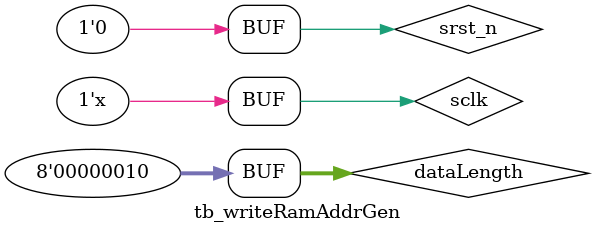
<source format=v>

`timescale 10ns / 10ns
module tb_writeRamAddrGen ();
/////////////////////////////////////////////
// parameter and signals
/////////////////////////////////////////////
// parameter

// regs or wires
reg sclk = 0;
reg srst_n = 0;
reg trig = 0;

reg [7:0]dataLength = 2;
wire fin;
wire [7:0] addr;
/////////////////////////////////////////////
// main code
/////////////////////////////////////////////
// System clock
always #10 sclk = ~sclk;

//inital
initial begin
    #0
     srst_n = 0;
    #30
     srst_n = 1;
    #1200 srst_n = 0;
    // #200 srst_n = 1;
    // #500 srst_n = 0;
end

reg[15:0] counter = 0;
always @ (posedge sclk) begin
    counter <= (counter == 10)? 0 : counter + 1;
    trig <= (counter == 10)? 1 : 0;
end

// models
writeRamAddrGen wrag_test_inst(
                    .enable(srst_n & ~fin),
                    .rxflag(trig),

                    .dataLength(dataLength),

                    .ramAddress(addr),
                    .finishFlag(fin)
                );

/////////////////////////////////////////////
// code end
/////////////////////////////////////////////
endmodule

</source>
